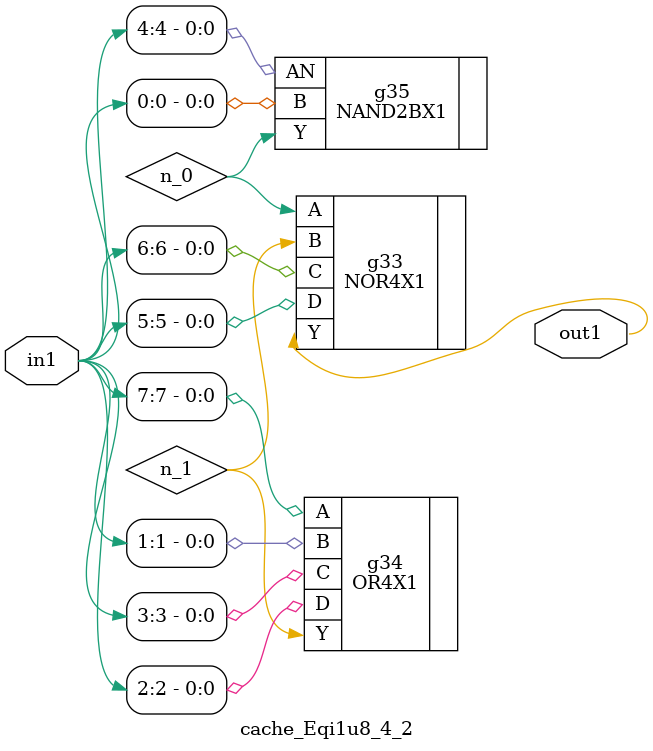
<source format=v>
`timescale 1ps / 1ps


module cache_Eqi1u8_4_2(in1, out1);
  input [7:0] in1;
  output out1;
  wire [7:0] in1;
  wire out1;
  wire n_0, n_1;
  NOR4X1 g33(.A (n_0), .B (n_1), .C (in1[6]), .D (in1[5]), .Y (out1));
  OR4X1 g34(.A (in1[7]), .B (in1[1]), .C (in1[3]), .D (in1[2]), .Y
       (n_1));
  NAND2BX1 g35(.AN (in1[4]), .B (in1[0]), .Y (n_0));
endmodule



</source>
